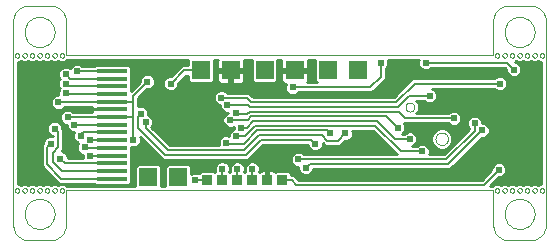
<source format=gbl>
G75*
%MOIN*%
%OFA0B0*%
%FSLAX24Y24*%
%IPPOS*%
%LPD*%
%AMOC8*
5,1,8,0,0,1.08239X$1,22.5*
%
%ADD10C,0.0000*%
%ADD11R,0.0600X0.0600*%
%ADD12R,0.1024X0.0138*%
%ADD13R,0.0320X0.0350*%
%ADD14C,0.0100*%
%ADD15C,0.0240*%
%ADD16C,0.0080*%
D10*
X004943Y002737D02*
X005693Y002737D01*
X005737Y002739D01*
X005780Y002745D01*
X005822Y002754D01*
X005864Y002767D01*
X005904Y002784D01*
X005943Y002804D01*
X005980Y002827D01*
X006014Y002854D01*
X006047Y002883D01*
X006076Y002916D01*
X006103Y002950D01*
X006126Y002987D01*
X006146Y003026D01*
X006163Y003066D01*
X006176Y003108D01*
X006185Y003150D01*
X006191Y003193D01*
X006193Y003237D01*
X006193Y004393D01*
X020443Y004393D01*
X020443Y003237D01*
X020445Y003193D01*
X020451Y003150D01*
X020460Y003108D01*
X020473Y003066D01*
X020490Y003026D01*
X020510Y002987D01*
X020533Y002950D01*
X020560Y002916D01*
X020589Y002883D01*
X020622Y002854D01*
X020656Y002827D01*
X020693Y002804D01*
X020732Y002784D01*
X020772Y002767D01*
X020814Y002754D01*
X020856Y002745D01*
X020899Y002739D01*
X020943Y002737D01*
X021693Y002737D01*
X021737Y002739D01*
X021780Y002745D01*
X021822Y002754D01*
X021864Y002767D01*
X021904Y002784D01*
X021943Y002804D01*
X021980Y002827D01*
X022014Y002854D01*
X022047Y002883D01*
X022076Y002916D01*
X022103Y002950D01*
X022126Y002987D01*
X022146Y003026D01*
X022163Y003066D01*
X022176Y003108D01*
X022185Y003150D01*
X022191Y003193D01*
X022193Y003237D01*
X022193Y010050D01*
X022191Y010094D01*
X022185Y010137D01*
X022176Y010179D01*
X022163Y010221D01*
X022146Y010261D01*
X022126Y010300D01*
X022103Y010337D01*
X022076Y010371D01*
X022047Y010404D01*
X022014Y010433D01*
X021980Y010460D01*
X021943Y010483D01*
X021904Y010503D01*
X021864Y010520D01*
X021822Y010533D01*
X021780Y010542D01*
X021737Y010548D01*
X021693Y010550D01*
X020943Y010550D01*
X020899Y010548D01*
X020856Y010542D01*
X020814Y010533D01*
X020772Y010520D01*
X020732Y010503D01*
X020693Y010483D01*
X020656Y010460D01*
X020622Y010433D01*
X020589Y010404D01*
X020560Y010371D01*
X020533Y010337D01*
X020510Y010300D01*
X020490Y010261D01*
X020473Y010221D01*
X020460Y010179D01*
X020451Y010137D01*
X020445Y010094D01*
X020443Y010050D01*
X020443Y008893D01*
X006193Y008893D01*
X006193Y010050D01*
X006191Y010094D01*
X006185Y010137D01*
X006176Y010179D01*
X006163Y010221D01*
X006146Y010261D01*
X006126Y010300D01*
X006103Y010337D01*
X006076Y010371D01*
X006047Y010404D01*
X006014Y010433D01*
X005980Y010460D01*
X005943Y010483D01*
X005904Y010503D01*
X005864Y010520D01*
X005822Y010533D01*
X005780Y010542D01*
X005737Y010548D01*
X005693Y010550D01*
X004943Y010550D01*
X004899Y010548D01*
X004856Y010542D01*
X004814Y010533D01*
X004772Y010520D01*
X004732Y010503D01*
X004693Y010483D01*
X004656Y010460D01*
X004622Y010433D01*
X004589Y010404D01*
X004560Y010371D01*
X004533Y010337D01*
X004510Y010300D01*
X004490Y010261D01*
X004473Y010221D01*
X004460Y010179D01*
X004451Y010137D01*
X004445Y010094D01*
X004443Y010050D01*
X004443Y003237D01*
X004445Y003193D01*
X004451Y003150D01*
X004460Y003108D01*
X004473Y003066D01*
X004490Y003026D01*
X004510Y002987D01*
X004533Y002950D01*
X004560Y002916D01*
X004589Y002883D01*
X004622Y002854D01*
X004656Y002827D01*
X004693Y002804D01*
X004732Y002784D01*
X004772Y002767D01*
X004814Y002754D01*
X004856Y002745D01*
X004899Y002739D01*
X004943Y002737D01*
X004818Y003612D02*
X004820Y003656D01*
X004826Y003700D01*
X004836Y003743D01*
X004849Y003785D01*
X004866Y003826D01*
X004887Y003865D01*
X004911Y003902D01*
X004938Y003937D01*
X004968Y003969D01*
X005001Y003999D01*
X005037Y004025D01*
X005074Y004049D01*
X005114Y004068D01*
X005155Y004085D01*
X005198Y004097D01*
X005241Y004106D01*
X005285Y004111D01*
X005329Y004112D01*
X005373Y004109D01*
X005417Y004102D01*
X005460Y004091D01*
X005502Y004077D01*
X005542Y004059D01*
X005581Y004037D01*
X005617Y004013D01*
X005651Y003985D01*
X005683Y003954D01*
X005712Y003920D01*
X005738Y003884D01*
X005760Y003846D01*
X005779Y003806D01*
X005794Y003764D01*
X005806Y003722D01*
X005814Y003678D01*
X005818Y003634D01*
X005818Y003590D01*
X005814Y003546D01*
X005806Y003502D01*
X005794Y003460D01*
X005779Y003418D01*
X005760Y003378D01*
X005738Y003340D01*
X005712Y003304D01*
X005683Y003270D01*
X005651Y003239D01*
X005617Y003211D01*
X005581Y003187D01*
X005542Y003165D01*
X005502Y003147D01*
X005460Y003133D01*
X005417Y003122D01*
X005373Y003115D01*
X005329Y003112D01*
X005285Y003113D01*
X005241Y003118D01*
X005198Y003127D01*
X005155Y003139D01*
X005114Y003156D01*
X005074Y003175D01*
X005037Y003199D01*
X005001Y003225D01*
X004968Y003255D01*
X004938Y003287D01*
X004911Y003322D01*
X004887Y003359D01*
X004866Y003398D01*
X004849Y003439D01*
X004836Y003481D01*
X004826Y003524D01*
X004820Y003568D01*
X004818Y003612D01*
X004743Y004393D02*
X004745Y004410D01*
X004750Y004426D01*
X004759Y004440D01*
X004771Y004452D01*
X004785Y004461D01*
X004801Y004466D01*
X004818Y004468D01*
X004835Y004466D01*
X004851Y004461D01*
X004865Y004452D01*
X004877Y004440D01*
X004886Y004426D01*
X004891Y004410D01*
X004893Y004393D01*
X004891Y004376D01*
X004886Y004360D01*
X004877Y004346D01*
X004865Y004334D01*
X004851Y004325D01*
X004835Y004320D01*
X004818Y004318D01*
X004801Y004320D01*
X004785Y004325D01*
X004771Y004334D01*
X004759Y004346D01*
X004750Y004360D01*
X004745Y004376D01*
X004743Y004393D01*
X004493Y004393D02*
X004495Y004410D01*
X004500Y004426D01*
X004509Y004440D01*
X004521Y004452D01*
X004535Y004461D01*
X004551Y004466D01*
X004568Y004468D01*
X004585Y004466D01*
X004601Y004461D01*
X004615Y004452D01*
X004627Y004440D01*
X004636Y004426D01*
X004641Y004410D01*
X004643Y004393D01*
X004641Y004376D01*
X004636Y004360D01*
X004627Y004346D01*
X004615Y004334D01*
X004601Y004325D01*
X004585Y004320D01*
X004568Y004318D01*
X004551Y004320D01*
X004535Y004325D01*
X004521Y004334D01*
X004509Y004346D01*
X004500Y004360D01*
X004495Y004376D01*
X004493Y004393D01*
X004993Y004393D02*
X004995Y004410D01*
X005000Y004426D01*
X005009Y004440D01*
X005021Y004452D01*
X005035Y004461D01*
X005051Y004466D01*
X005068Y004468D01*
X005085Y004466D01*
X005101Y004461D01*
X005115Y004452D01*
X005127Y004440D01*
X005136Y004426D01*
X005141Y004410D01*
X005143Y004393D01*
X005141Y004376D01*
X005136Y004360D01*
X005127Y004346D01*
X005115Y004334D01*
X005101Y004325D01*
X005085Y004320D01*
X005068Y004318D01*
X005051Y004320D01*
X005035Y004325D01*
X005021Y004334D01*
X005009Y004346D01*
X005000Y004360D01*
X004995Y004376D01*
X004993Y004393D01*
X005243Y004393D02*
X005245Y004410D01*
X005250Y004426D01*
X005259Y004440D01*
X005271Y004452D01*
X005285Y004461D01*
X005301Y004466D01*
X005318Y004468D01*
X005335Y004466D01*
X005351Y004461D01*
X005365Y004452D01*
X005377Y004440D01*
X005386Y004426D01*
X005391Y004410D01*
X005393Y004393D01*
X005391Y004376D01*
X005386Y004360D01*
X005377Y004346D01*
X005365Y004334D01*
X005351Y004325D01*
X005335Y004320D01*
X005318Y004318D01*
X005301Y004320D01*
X005285Y004325D01*
X005271Y004334D01*
X005259Y004346D01*
X005250Y004360D01*
X005245Y004376D01*
X005243Y004393D01*
X005493Y004393D02*
X005495Y004410D01*
X005500Y004426D01*
X005509Y004440D01*
X005521Y004452D01*
X005535Y004461D01*
X005551Y004466D01*
X005568Y004468D01*
X005585Y004466D01*
X005601Y004461D01*
X005615Y004452D01*
X005627Y004440D01*
X005636Y004426D01*
X005641Y004410D01*
X005643Y004393D01*
X005641Y004376D01*
X005636Y004360D01*
X005627Y004346D01*
X005615Y004334D01*
X005601Y004325D01*
X005585Y004320D01*
X005568Y004318D01*
X005551Y004320D01*
X005535Y004325D01*
X005521Y004334D01*
X005509Y004346D01*
X005500Y004360D01*
X005495Y004376D01*
X005493Y004393D01*
X005743Y004393D02*
X005745Y004410D01*
X005750Y004426D01*
X005759Y004440D01*
X005771Y004452D01*
X005785Y004461D01*
X005801Y004466D01*
X005818Y004468D01*
X005835Y004466D01*
X005851Y004461D01*
X005865Y004452D01*
X005877Y004440D01*
X005886Y004426D01*
X005891Y004410D01*
X005893Y004393D01*
X005891Y004376D01*
X005886Y004360D01*
X005877Y004346D01*
X005865Y004334D01*
X005851Y004325D01*
X005835Y004320D01*
X005818Y004318D01*
X005801Y004320D01*
X005785Y004325D01*
X005771Y004334D01*
X005759Y004346D01*
X005750Y004360D01*
X005745Y004376D01*
X005743Y004393D01*
X005993Y004393D02*
X005995Y004410D01*
X006000Y004426D01*
X006009Y004440D01*
X006021Y004452D01*
X006035Y004461D01*
X006051Y004466D01*
X006068Y004468D01*
X006085Y004466D01*
X006101Y004461D01*
X006115Y004452D01*
X006127Y004440D01*
X006136Y004426D01*
X006141Y004410D01*
X006143Y004393D01*
X006141Y004376D01*
X006136Y004360D01*
X006127Y004346D01*
X006115Y004334D01*
X006101Y004325D01*
X006085Y004320D01*
X006068Y004318D01*
X006051Y004320D01*
X006035Y004325D01*
X006021Y004334D01*
X006009Y004346D01*
X006000Y004360D01*
X005995Y004376D01*
X005993Y004393D01*
X005993Y008893D02*
X005995Y008910D01*
X006000Y008926D01*
X006009Y008940D01*
X006021Y008952D01*
X006035Y008961D01*
X006051Y008966D01*
X006068Y008968D01*
X006085Y008966D01*
X006101Y008961D01*
X006115Y008952D01*
X006127Y008940D01*
X006136Y008926D01*
X006141Y008910D01*
X006143Y008893D01*
X006141Y008876D01*
X006136Y008860D01*
X006127Y008846D01*
X006115Y008834D01*
X006101Y008825D01*
X006085Y008820D01*
X006068Y008818D01*
X006051Y008820D01*
X006035Y008825D01*
X006021Y008834D01*
X006009Y008846D01*
X006000Y008860D01*
X005995Y008876D01*
X005993Y008893D01*
X005743Y008893D02*
X005745Y008910D01*
X005750Y008926D01*
X005759Y008940D01*
X005771Y008952D01*
X005785Y008961D01*
X005801Y008966D01*
X005818Y008968D01*
X005835Y008966D01*
X005851Y008961D01*
X005865Y008952D01*
X005877Y008940D01*
X005886Y008926D01*
X005891Y008910D01*
X005893Y008893D01*
X005891Y008876D01*
X005886Y008860D01*
X005877Y008846D01*
X005865Y008834D01*
X005851Y008825D01*
X005835Y008820D01*
X005818Y008818D01*
X005801Y008820D01*
X005785Y008825D01*
X005771Y008834D01*
X005759Y008846D01*
X005750Y008860D01*
X005745Y008876D01*
X005743Y008893D01*
X005493Y008893D02*
X005495Y008910D01*
X005500Y008926D01*
X005509Y008940D01*
X005521Y008952D01*
X005535Y008961D01*
X005551Y008966D01*
X005568Y008968D01*
X005585Y008966D01*
X005601Y008961D01*
X005615Y008952D01*
X005627Y008940D01*
X005636Y008926D01*
X005641Y008910D01*
X005643Y008893D01*
X005641Y008876D01*
X005636Y008860D01*
X005627Y008846D01*
X005615Y008834D01*
X005601Y008825D01*
X005585Y008820D01*
X005568Y008818D01*
X005551Y008820D01*
X005535Y008825D01*
X005521Y008834D01*
X005509Y008846D01*
X005500Y008860D01*
X005495Y008876D01*
X005493Y008893D01*
X005243Y008893D02*
X005245Y008910D01*
X005250Y008926D01*
X005259Y008940D01*
X005271Y008952D01*
X005285Y008961D01*
X005301Y008966D01*
X005318Y008968D01*
X005335Y008966D01*
X005351Y008961D01*
X005365Y008952D01*
X005377Y008940D01*
X005386Y008926D01*
X005391Y008910D01*
X005393Y008893D01*
X005391Y008876D01*
X005386Y008860D01*
X005377Y008846D01*
X005365Y008834D01*
X005351Y008825D01*
X005335Y008820D01*
X005318Y008818D01*
X005301Y008820D01*
X005285Y008825D01*
X005271Y008834D01*
X005259Y008846D01*
X005250Y008860D01*
X005245Y008876D01*
X005243Y008893D01*
X004993Y008893D02*
X004995Y008910D01*
X005000Y008926D01*
X005009Y008940D01*
X005021Y008952D01*
X005035Y008961D01*
X005051Y008966D01*
X005068Y008968D01*
X005085Y008966D01*
X005101Y008961D01*
X005115Y008952D01*
X005127Y008940D01*
X005136Y008926D01*
X005141Y008910D01*
X005143Y008893D01*
X005141Y008876D01*
X005136Y008860D01*
X005127Y008846D01*
X005115Y008834D01*
X005101Y008825D01*
X005085Y008820D01*
X005068Y008818D01*
X005051Y008820D01*
X005035Y008825D01*
X005021Y008834D01*
X005009Y008846D01*
X005000Y008860D01*
X004995Y008876D01*
X004993Y008893D01*
X004743Y008893D02*
X004745Y008910D01*
X004750Y008926D01*
X004759Y008940D01*
X004771Y008952D01*
X004785Y008961D01*
X004801Y008966D01*
X004818Y008968D01*
X004835Y008966D01*
X004851Y008961D01*
X004865Y008952D01*
X004877Y008940D01*
X004886Y008926D01*
X004891Y008910D01*
X004893Y008893D01*
X004891Y008876D01*
X004886Y008860D01*
X004877Y008846D01*
X004865Y008834D01*
X004851Y008825D01*
X004835Y008820D01*
X004818Y008818D01*
X004801Y008820D01*
X004785Y008825D01*
X004771Y008834D01*
X004759Y008846D01*
X004750Y008860D01*
X004745Y008876D01*
X004743Y008893D01*
X004493Y008893D02*
X004495Y008910D01*
X004500Y008926D01*
X004509Y008940D01*
X004521Y008952D01*
X004535Y008961D01*
X004551Y008966D01*
X004568Y008968D01*
X004585Y008966D01*
X004601Y008961D01*
X004615Y008952D01*
X004627Y008940D01*
X004636Y008926D01*
X004641Y008910D01*
X004643Y008893D01*
X004641Y008876D01*
X004636Y008860D01*
X004627Y008846D01*
X004615Y008834D01*
X004601Y008825D01*
X004585Y008820D01*
X004568Y008818D01*
X004551Y008820D01*
X004535Y008825D01*
X004521Y008834D01*
X004509Y008846D01*
X004500Y008860D01*
X004495Y008876D01*
X004493Y008893D01*
X004818Y009675D02*
X004820Y009719D01*
X004826Y009763D01*
X004836Y009806D01*
X004849Y009848D01*
X004866Y009889D01*
X004887Y009928D01*
X004911Y009965D01*
X004938Y010000D01*
X004968Y010032D01*
X005001Y010062D01*
X005037Y010088D01*
X005074Y010112D01*
X005114Y010131D01*
X005155Y010148D01*
X005198Y010160D01*
X005241Y010169D01*
X005285Y010174D01*
X005329Y010175D01*
X005373Y010172D01*
X005417Y010165D01*
X005460Y010154D01*
X005502Y010140D01*
X005542Y010122D01*
X005581Y010100D01*
X005617Y010076D01*
X005651Y010048D01*
X005683Y010017D01*
X005712Y009983D01*
X005738Y009947D01*
X005760Y009909D01*
X005779Y009869D01*
X005794Y009827D01*
X005806Y009785D01*
X005814Y009741D01*
X005818Y009697D01*
X005818Y009653D01*
X005814Y009609D01*
X005806Y009565D01*
X005794Y009523D01*
X005779Y009481D01*
X005760Y009441D01*
X005738Y009403D01*
X005712Y009367D01*
X005683Y009333D01*
X005651Y009302D01*
X005617Y009274D01*
X005581Y009250D01*
X005542Y009228D01*
X005502Y009210D01*
X005460Y009196D01*
X005417Y009185D01*
X005373Y009178D01*
X005329Y009175D01*
X005285Y009176D01*
X005241Y009181D01*
X005198Y009190D01*
X005155Y009202D01*
X005114Y009219D01*
X005074Y009238D01*
X005037Y009262D01*
X005001Y009288D01*
X004968Y009318D01*
X004938Y009350D01*
X004911Y009385D01*
X004887Y009422D01*
X004866Y009461D01*
X004849Y009502D01*
X004836Y009544D01*
X004826Y009587D01*
X004820Y009631D01*
X004818Y009675D01*
X017516Y007172D02*
X017518Y007196D01*
X017524Y007219D01*
X017533Y007241D01*
X017546Y007261D01*
X017561Y007279D01*
X017580Y007294D01*
X017601Y007306D01*
X017623Y007314D01*
X017646Y007319D01*
X017670Y007320D01*
X017694Y007317D01*
X017716Y007310D01*
X017738Y007300D01*
X017758Y007287D01*
X017775Y007270D01*
X017789Y007251D01*
X017800Y007230D01*
X017808Y007207D01*
X017812Y007184D01*
X017812Y007160D01*
X017808Y007137D01*
X017800Y007114D01*
X017789Y007093D01*
X017775Y007074D01*
X017758Y007057D01*
X017738Y007044D01*
X017716Y007034D01*
X017694Y007027D01*
X017670Y007024D01*
X017646Y007025D01*
X017623Y007030D01*
X017601Y007038D01*
X017580Y007050D01*
X017561Y007065D01*
X017546Y007083D01*
X017533Y007103D01*
X017524Y007125D01*
X017518Y007148D01*
X017516Y007172D01*
X018515Y006114D02*
X018517Y006142D01*
X018523Y006170D01*
X018532Y006196D01*
X018545Y006222D01*
X018561Y006245D01*
X018581Y006265D01*
X018603Y006283D01*
X018627Y006298D01*
X018653Y006309D01*
X018680Y006317D01*
X018708Y006321D01*
X018736Y006321D01*
X018764Y006317D01*
X018791Y006309D01*
X018817Y006298D01*
X018841Y006283D01*
X018863Y006265D01*
X018883Y006245D01*
X018899Y006222D01*
X018912Y006196D01*
X018921Y006170D01*
X018927Y006142D01*
X018929Y006114D01*
X018927Y006086D01*
X018921Y006058D01*
X018912Y006032D01*
X018899Y006006D01*
X018883Y005983D01*
X018863Y005963D01*
X018841Y005945D01*
X018817Y005930D01*
X018791Y005919D01*
X018764Y005911D01*
X018736Y005907D01*
X018708Y005907D01*
X018680Y005911D01*
X018653Y005919D01*
X018627Y005930D01*
X018603Y005945D01*
X018581Y005963D01*
X018561Y005983D01*
X018545Y006006D01*
X018532Y006032D01*
X018523Y006058D01*
X018517Y006086D01*
X018515Y006114D01*
X020493Y004393D02*
X020495Y004410D01*
X020500Y004426D01*
X020509Y004440D01*
X020521Y004452D01*
X020535Y004461D01*
X020551Y004466D01*
X020568Y004468D01*
X020585Y004466D01*
X020601Y004461D01*
X020615Y004452D01*
X020627Y004440D01*
X020636Y004426D01*
X020641Y004410D01*
X020643Y004393D01*
X020641Y004376D01*
X020636Y004360D01*
X020627Y004346D01*
X020615Y004334D01*
X020601Y004325D01*
X020585Y004320D01*
X020568Y004318D01*
X020551Y004320D01*
X020535Y004325D01*
X020521Y004334D01*
X020509Y004346D01*
X020500Y004360D01*
X020495Y004376D01*
X020493Y004393D01*
X020743Y004393D02*
X020745Y004410D01*
X020750Y004426D01*
X020759Y004440D01*
X020771Y004452D01*
X020785Y004461D01*
X020801Y004466D01*
X020818Y004468D01*
X020835Y004466D01*
X020851Y004461D01*
X020865Y004452D01*
X020877Y004440D01*
X020886Y004426D01*
X020891Y004410D01*
X020893Y004393D01*
X020891Y004376D01*
X020886Y004360D01*
X020877Y004346D01*
X020865Y004334D01*
X020851Y004325D01*
X020835Y004320D01*
X020818Y004318D01*
X020801Y004320D01*
X020785Y004325D01*
X020771Y004334D01*
X020759Y004346D01*
X020750Y004360D01*
X020745Y004376D01*
X020743Y004393D01*
X020993Y004393D02*
X020995Y004410D01*
X021000Y004426D01*
X021009Y004440D01*
X021021Y004452D01*
X021035Y004461D01*
X021051Y004466D01*
X021068Y004468D01*
X021085Y004466D01*
X021101Y004461D01*
X021115Y004452D01*
X021127Y004440D01*
X021136Y004426D01*
X021141Y004410D01*
X021143Y004393D01*
X021141Y004376D01*
X021136Y004360D01*
X021127Y004346D01*
X021115Y004334D01*
X021101Y004325D01*
X021085Y004320D01*
X021068Y004318D01*
X021051Y004320D01*
X021035Y004325D01*
X021021Y004334D01*
X021009Y004346D01*
X021000Y004360D01*
X020995Y004376D01*
X020993Y004393D01*
X021243Y004393D02*
X021245Y004410D01*
X021250Y004426D01*
X021259Y004440D01*
X021271Y004452D01*
X021285Y004461D01*
X021301Y004466D01*
X021318Y004468D01*
X021335Y004466D01*
X021351Y004461D01*
X021365Y004452D01*
X021377Y004440D01*
X021386Y004426D01*
X021391Y004410D01*
X021393Y004393D01*
X021391Y004376D01*
X021386Y004360D01*
X021377Y004346D01*
X021365Y004334D01*
X021351Y004325D01*
X021335Y004320D01*
X021318Y004318D01*
X021301Y004320D01*
X021285Y004325D01*
X021271Y004334D01*
X021259Y004346D01*
X021250Y004360D01*
X021245Y004376D01*
X021243Y004393D01*
X021493Y004393D02*
X021495Y004410D01*
X021500Y004426D01*
X021509Y004440D01*
X021521Y004452D01*
X021535Y004461D01*
X021551Y004466D01*
X021568Y004468D01*
X021585Y004466D01*
X021601Y004461D01*
X021615Y004452D01*
X021627Y004440D01*
X021636Y004426D01*
X021641Y004410D01*
X021643Y004393D01*
X021641Y004376D01*
X021636Y004360D01*
X021627Y004346D01*
X021615Y004334D01*
X021601Y004325D01*
X021585Y004320D01*
X021568Y004318D01*
X021551Y004320D01*
X021535Y004325D01*
X021521Y004334D01*
X021509Y004346D01*
X021500Y004360D01*
X021495Y004376D01*
X021493Y004393D01*
X021743Y004393D02*
X021745Y004410D01*
X021750Y004426D01*
X021759Y004440D01*
X021771Y004452D01*
X021785Y004461D01*
X021801Y004466D01*
X021818Y004468D01*
X021835Y004466D01*
X021851Y004461D01*
X021865Y004452D01*
X021877Y004440D01*
X021886Y004426D01*
X021891Y004410D01*
X021893Y004393D01*
X021891Y004376D01*
X021886Y004360D01*
X021877Y004346D01*
X021865Y004334D01*
X021851Y004325D01*
X021835Y004320D01*
X021818Y004318D01*
X021801Y004320D01*
X021785Y004325D01*
X021771Y004334D01*
X021759Y004346D01*
X021750Y004360D01*
X021745Y004376D01*
X021743Y004393D01*
X021993Y004393D02*
X021995Y004410D01*
X022000Y004426D01*
X022009Y004440D01*
X022021Y004452D01*
X022035Y004461D01*
X022051Y004466D01*
X022068Y004468D01*
X022085Y004466D01*
X022101Y004461D01*
X022115Y004452D01*
X022127Y004440D01*
X022136Y004426D01*
X022141Y004410D01*
X022143Y004393D01*
X022141Y004376D01*
X022136Y004360D01*
X022127Y004346D01*
X022115Y004334D01*
X022101Y004325D01*
X022085Y004320D01*
X022068Y004318D01*
X022051Y004320D01*
X022035Y004325D01*
X022021Y004334D01*
X022009Y004346D01*
X022000Y004360D01*
X021995Y004376D01*
X021993Y004393D01*
X020818Y003612D02*
X020820Y003656D01*
X020826Y003700D01*
X020836Y003743D01*
X020849Y003785D01*
X020866Y003826D01*
X020887Y003865D01*
X020911Y003902D01*
X020938Y003937D01*
X020968Y003969D01*
X021001Y003999D01*
X021037Y004025D01*
X021074Y004049D01*
X021114Y004068D01*
X021155Y004085D01*
X021198Y004097D01*
X021241Y004106D01*
X021285Y004111D01*
X021329Y004112D01*
X021373Y004109D01*
X021417Y004102D01*
X021460Y004091D01*
X021502Y004077D01*
X021542Y004059D01*
X021581Y004037D01*
X021617Y004013D01*
X021651Y003985D01*
X021683Y003954D01*
X021712Y003920D01*
X021738Y003884D01*
X021760Y003846D01*
X021779Y003806D01*
X021794Y003764D01*
X021806Y003722D01*
X021814Y003678D01*
X021818Y003634D01*
X021818Y003590D01*
X021814Y003546D01*
X021806Y003502D01*
X021794Y003460D01*
X021779Y003418D01*
X021760Y003378D01*
X021738Y003340D01*
X021712Y003304D01*
X021683Y003270D01*
X021651Y003239D01*
X021617Y003211D01*
X021581Y003187D01*
X021542Y003165D01*
X021502Y003147D01*
X021460Y003133D01*
X021417Y003122D01*
X021373Y003115D01*
X021329Y003112D01*
X021285Y003113D01*
X021241Y003118D01*
X021198Y003127D01*
X021155Y003139D01*
X021114Y003156D01*
X021074Y003175D01*
X021037Y003199D01*
X021001Y003225D01*
X020968Y003255D01*
X020938Y003287D01*
X020911Y003322D01*
X020887Y003359D01*
X020866Y003398D01*
X020849Y003439D01*
X020836Y003481D01*
X020826Y003524D01*
X020820Y003568D01*
X020818Y003612D01*
X020743Y008893D02*
X020745Y008910D01*
X020750Y008926D01*
X020759Y008940D01*
X020771Y008952D01*
X020785Y008961D01*
X020801Y008966D01*
X020818Y008968D01*
X020835Y008966D01*
X020851Y008961D01*
X020865Y008952D01*
X020877Y008940D01*
X020886Y008926D01*
X020891Y008910D01*
X020893Y008893D01*
X020891Y008876D01*
X020886Y008860D01*
X020877Y008846D01*
X020865Y008834D01*
X020851Y008825D01*
X020835Y008820D01*
X020818Y008818D01*
X020801Y008820D01*
X020785Y008825D01*
X020771Y008834D01*
X020759Y008846D01*
X020750Y008860D01*
X020745Y008876D01*
X020743Y008893D01*
X020493Y008893D02*
X020495Y008910D01*
X020500Y008926D01*
X020509Y008940D01*
X020521Y008952D01*
X020535Y008961D01*
X020551Y008966D01*
X020568Y008968D01*
X020585Y008966D01*
X020601Y008961D01*
X020615Y008952D01*
X020627Y008940D01*
X020636Y008926D01*
X020641Y008910D01*
X020643Y008893D01*
X020641Y008876D01*
X020636Y008860D01*
X020627Y008846D01*
X020615Y008834D01*
X020601Y008825D01*
X020585Y008820D01*
X020568Y008818D01*
X020551Y008820D01*
X020535Y008825D01*
X020521Y008834D01*
X020509Y008846D01*
X020500Y008860D01*
X020495Y008876D01*
X020493Y008893D01*
X020993Y008893D02*
X020995Y008910D01*
X021000Y008926D01*
X021009Y008940D01*
X021021Y008952D01*
X021035Y008961D01*
X021051Y008966D01*
X021068Y008968D01*
X021085Y008966D01*
X021101Y008961D01*
X021115Y008952D01*
X021127Y008940D01*
X021136Y008926D01*
X021141Y008910D01*
X021143Y008893D01*
X021141Y008876D01*
X021136Y008860D01*
X021127Y008846D01*
X021115Y008834D01*
X021101Y008825D01*
X021085Y008820D01*
X021068Y008818D01*
X021051Y008820D01*
X021035Y008825D01*
X021021Y008834D01*
X021009Y008846D01*
X021000Y008860D01*
X020995Y008876D01*
X020993Y008893D01*
X021243Y008893D02*
X021245Y008910D01*
X021250Y008926D01*
X021259Y008940D01*
X021271Y008952D01*
X021285Y008961D01*
X021301Y008966D01*
X021318Y008968D01*
X021335Y008966D01*
X021351Y008961D01*
X021365Y008952D01*
X021377Y008940D01*
X021386Y008926D01*
X021391Y008910D01*
X021393Y008893D01*
X021391Y008876D01*
X021386Y008860D01*
X021377Y008846D01*
X021365Y008834D01*
X021351Y008825D01*
X021335Y008820D01*
X021318Y008818D01*
X021301Y008820D01*
X021285Y008825D01*
X021271Y008834D01*
X021259Y008846D01*
X021250Y008860D01*
X021245Y008876D01*
X021243Y008893D01*
X021493Y008893D02*
X021495Y008910D01*
X021500Y008926D01*
X021509Y008940D01*
X021521Y008952D01*
X021535Y008961D01*
X021551Y008966D01*
X021568Y008968D01*
X021585Y008966D01*
X021601Y008961D01*
X021615Y008952D01*
X021627Y008940D01*
X021636Y008926D01*
X021641Y008910D01*
X021643Y008893D01*
X021641Y008876D01*
X021636Y008860D01*
X021627Y008846D01*
X021615Y008834D01*
X021601Y008825D01*
X021585Y008820D01*
X021568Y008818D01*
X021551Y008820D01*
X021535Y008825D01*
X021521Y008834D01*
X021509Y008846D01*
X021500Y008860D01*
X021495Y008876D01*
X021493Y008893D01*
X021743Y008893D02*
X021745Y008910D01*
X021750Y008926D01*
X021759Y008940D01*
X021771Y008952D01*
X021785Y008961D01*
X021801Y008966D01*
X021818Y008968D01*
X021835Y008966D01*
X021851Y008961D01*
X021865Y008952D01*
X021877Y008940D01*
X021886Y008926D01*
X021891Y008910D01*
X021893Y008893D01*
X021891Y008876D01*
X021886Y008860D01*
X021877Y008846D01*
X021865Y008834D01*
X021851Y008825D01*
X021835Y008820D01*
X021818Y008818D01*
X021801Y008820D01*
X021785Y008825D01*
X021771Y008834D01*
X021759Y008846D01*
X021750Y008860D01*
X021745Y008876D01*
X021743Y008893D01*
X021993Y008893D02*
X021995Y008910D01*
X022000Y008926D01*
X022009Y008940D01*
X022021Y008952D01*
X022035Y008961D01*
X022051Y008966D01*
X022068Y008968D01*
X022085Y008966D01*
X022101Y008961D01*
X022115Y008952D01*
X022127Y008940D01*
X022136Y008926D01*
X022141Y008910D01*
X022143Y008893D01*
X022141Y008876D01*
X022136Y008860D01*
X022127Y008846D01*
X022115Y008834D01*
X022101Y008825D01*
X022085Y008820D01*
X022068Y008818D01*
X022051Y008820D01*
X022035Y008825D01*
X022021Y008834D01*
X022009Y008846D01*
X022000Y008860D01*
X021995Y008876D01*
X021993Y008893D01*
X020818Y009675D02*
X020820Y009719D01*
X020826Y009763D01*
X020836Y009806D01*
X020849Y009848D01*
X020866Y009889D01*
X020887Y009928D01*
X020911Y009965D01*
X020938Y010000D01*
X020968Y010032D01*
X021001Y010062D01*
X021037Y010088D01*
X021074Y010112D01*
X021114Y010131D01*
X021155Y010148D01*
X021198Y010160D01*
X021241Y010169D01*
X021285Y010174D01*
X021329Y010175D01*
X021373Y010172D01*
X021417Y010165D01*
X021460Y010154D01*
X021502Y010140D01*
X021542Y010122D01*
X021581Y010100D01*
X021617Y010076D01*
X021651Y010048D01*
X021683Y010017D01*
X021712Y009983D01*
X021738Y009947D01*
X021760Y009909D01*
X021779Y009869D01*
X021794Y009827D01*
X021806Y009785D01*
X021814Y009741D01*
X021818Y009697D01*
X021818Y009653D01*
X021814Y009609D01*
X021806Y009565D01*
X021794Y009523D01*
X021779Y009481D01*
X021760Y009441D01*
X021738Y009403D01*
X021712Y009367D01*
X021683Y009333D01*
X021651Y009302D01*
X021617Y009274D01*
X021581Y009250D01*
X021542Y009228D01*
X021502Y009210D01*
X021460Y009196D01*
X021417Y009185D01*
X021373Y009178D01*
X021329Y009175D01*
X021285Y009176D01*
X021241Y009181D01*
X021198Y009190D01*
X021155Y009202D01*
X021114Y009219D01*
X021074Y009238D01*
X021037Y009262D01*
X021001Y009288D01*
X020968Y009318D01*
X020938Y009350D01*
X020911Y009385D01*
X020887Y009422D01*
X020866Y009461D01*
X020849Y009502D01*
X020836Y009544D01*
X020826Y009587D01*
X020820Y009631D01*
X020818Y009675D01*
D11*
X015943Y008393D03*
X014943Y008393D03*
X013818Y008393D03*
X012818Y008393D03*
X011693Y008393D03*
X010693Y008393D03*
X009943Y004831D03*
X008943Y004831D03*
D12*
X007724Y004789D03*
X007724Y005045D03*
X007724Y005301D03*
X007724Y005557D03*
X007724Y005813D03*
X007724Y006069D03*
X007724Y006325D03*
X007724Y006581D03*
X007724Y006837D03*
X007724Y007093D03*
X007724Y007349D03*
X007724Y007604D03*
X007724Y007860D03*
X007724Y008116D03*
X007724Y008372D03*
D13*
X010912Y004737D03*
X011412Y004737D03*
X011912Y004737D03*
X012412Y004737D03*
X012912Y004737D03*
X013412Y004737D03*
D14*
X013702Y004907D02*
X013702Y004966D01*
X013625Y005042D01*
X013198Y005042D01*
X013176Y005020D01*
X013164Y005032D01*
X013129Y005052D01*
X013091Y005062D01*
X012942Y005062D01*
X012942Y004767D01*
X012882Y004767D01*
X012882Y005062D01*
X012732Y005062D01*
X012694Y005052D01*
X012659Y005032D01*
X012647Y005020D01*
X012645Y005022D01*
X012662Y005062D01*
X012662Y005162D01*
X012624Y005254D01*
X012553Y005324D01*
X012461Y005362D01*
X012362Y005362D01*
X012270Y005324D01*
X012200Y005254D01*
X012162Y005162D01*
X012162Y005062D01*
X012178Y005022D01*
X012162Y005006D01*
X012145Y005022D01*
X012162Y005062D01*
X012162Y005162D01*
X012124Y005254D01*
X012053Y005324D01*
X011961Y005362D01*
X011862Y005362D01*
X011770Y005324D01*
X011700Y005254D01*
X011662Y005162D01*
X011662Y005062D01*
X011678Y005022D01*
X011662Y005006D01*
X011645Y005023D01*
X011662Y005064D01*
X011662Y005163D01*
X011624Y005255D01*
X011553Y005325D01*
X011461Y005363D01*
X011362Y005363D01*
X011270Y005325D01*
X011200Y005255D01*
X011162Y005163D01*
X011162Y005064D01*
X011178Y005023D01*
X011162Y005006D01*
X011125Y005042D01*
X010698Y005042D01*
X010622Y004966D01*
X010622Y004960D01*
X010555Y004987D01*
X010456Y004987D01*
X010373Y004953D01*
X010373Y005185D01*
X010297Y005261D01*
X009589Y005261D01*
X009513Y005185D01*
X009513Y004543D01*
X009373Y004543D01*
X009373Y005185D01*
X009297Y005261D01*
X008589Y005261D01*
X008513Y005185D01*
X008513Y004543D01*
X006236Y004543D01*
X006161Y004618D01*
X005975Y004618D01*
X005943Y004587D01*
X005911Y004618D01*
X005725Y004618D01*
X005693Y004587D01*
X005661Y004618D01*
X005475Y004618D01*
X005443Y004587D01*
X005411Y004618D01*
X005225Y004618D01*
X005193Y004587D01*
X005161Y004618D01*
X004975Y004618D01*
X004943Y004587D01*
X004911Y004618D01*
X004725Y004618D01*
X004693Y004587D01*
X004661Y004618D01*
X004593Y004618D01*
X004593Y008668D01*
X004661Y008668D01*
X004693Y008700D01*
X004725Y008668D01*
X004911Y008668D01*
X004943Y008700D01*
X004975Y008668D01*
X005161Y008668D01*
X005193Y008700D01*
X005225Y008668D01*
X005411Y008668D01*
X005443Y008700D01*
X005475Y008668D01*
X005661Y008668D01*
X005693Y008700D01*
X005725Y008668D01*
X005911Y008668D01*
X005943Y008700D01*
X005975Y008668D01*
X006161Y008668D01*
X006236Y008743D01*
X010263Y008743D01*
X010263Y008563D01*
X010060Y008563D01*
X009702Y008206D01*
X009643Y008206D01*
X009551Y008168D01*
X009481Y008097D01*
X009443Y008006D01*
X009443Y007906D01*
X009481Y007814D01*
X009551Y007744D01*
X009643Y007706D01*
X009743Y007706D01*
X009834Y007744D01*
X009905Y007814D01*
X009943Y007906D01*
X009943Y007965D01*
X010201Y008223D01*
X010263Y008223D01*
X010263Y008039D01*
X010339Y007963D01*
X011047Y007963D01*
X011123Y008039D01*
X011123Y008743D01*
X011251Y008743D01*
X011243Y008713D01*
X011243Y008443D01*
X011643Y008443D01*
X011643Y008343D01*
X011743Y008343D01*
X011743Y007943D01*
X012013Y007943D01*
X012051Y007954D01*
X012085Y007973D01*
X012113Y008001D01*
X012133Y008035D01*
X012143Y008074D01*
X012143Y008343D01*
X011743Y008343D01*
X011743Y008443D01*
X012143Y008443D01*
X012143Y008713D01*
X012135Y008743D01*
X012388Y008743D01*
X012388Y008039D01*
X012464Y007963D01*
X013172Y007963D01*
X013248Y008039D01*
X013248Y008743D01*
X013376Y008743D01*
X013368Y008713D01*
X013368Y008443D01*
X013768Y008443D01*
X013768Y008343D01*
X013368Y008343D01*
X013368Y008074D01*
X013378Y008035D01*
X013398Y008001D01*
X013426Y007973D01*
X013460Y007954D01*
X013498Y007943D01*
X013531Y007943D01*
X013505Y007881D01*
X013505Y007781D01*
X013543Y007689D01*
X013614Y007619D01*
X013706Y007581D01*
X013805Y007581D01*
X013897Y007619D01*
X013939Y007661D01*
X016410Y007661D01*
X016763Y008014D01*
X016863Y008114D01*
X016863Y008460D01*
X016905Y008502D01*
X016943Y008594D01*
X016943Y008693D01*
X016922Y008743D01*
X017964Y008743D01*
X017943Y008693D01*
X017943Y008594D01*
X017981Y008502D01*
X018051Y008431D01*
X018143Y008393D01*
X018243Y008393D01*
X018334Y008431D01*
X018376Y008473D01*
X020836Y008473D01*
X020880Y008428D01*
X020880Y008369D01*
X020918Y008277D01*
X020989Y008207D01*
X021081Y008169D01*
X021180Y008169D01*
X021272Y008207D01*
X021342Y008277D01*
X021380Y008369D01*
X021380Y008469D01*
X021342Y008561D01*
X021272Y008631D01*
X021180Y008669D01*
X021162Y008669D01*
X021193Y008700D01*
X021225Y008668D01*
X021411Y008668D01*
X021443Y008700D01*
X021475Y008668D01*
X021661Y008668D01*
X021693Y008700D01*
X021725Y008668D01*
X021911Y008668D01*
X021943Y008700D01*
X021975Y008668D01*
X022043Y008668D01*
X022043Y004618D01*
X021975Y004618D01*
X021943Y004587D01*
X021911Y004618D01*
X021725Y004618D01*
X021693Y004587D01*
X021661Y004618D01*
X021475Y004618D01*
X021443Y004587D01*
X021411Y004618D01*
X021225Y004618D01*
X021193Y004587D01*
X021161Y004618D01*
X020975Y004618D01*
X020943Y004587D01*
X020911Y004618D01*
X020725Y004618D01*
X020693Y004587D01*
X020661Y004618D01*
X020475Y004618D01*
X020400Y004543D01*
X020333Y004543D01*
X020621Y004831D01*
X020680Y004831D01*
X020772Y004869D01*
X020842Y004939D01*
X020880Y005031D01*
X020880Y005131D01*
X020842Y005222D01*
X020772Y005293D01*
X020680Y005331D01*
X020581Y005331D01*
X020489Y005293D01*
X020418Y005222D01*
X020380Y005131D01*
X020380Y005071D01*
X020060Y004751D01*
X013951Y004751D01*
X013795Y004907D01*
X013702Y004907D01*
X013702Y004962D02*
X014021Y004962D01*
X014051Y004931D02*
X014143Y004893D01*
X014243Y004893D01*
X014334Y004931D01*
X014405Y005002D01*
X014443Y005094D01*
X014443Y005098D01*
X019013Y005098D01*
X020058Y006143D01*
X020118Y006143D01*
X020209Y006181D01*
X020280Y006252D01*
X020318Y006344D01*
X020318Y006443D01*
X020280Y006535D01*
X020209Y006605D01*
X020118Y006643D01*
X020068Y006643D01*
X020068Y006686D01*
X020030Y006778D01*
X019959Y006849D01*
X019868Y006887D01*
X019768Y006887D01*
X019676Y006849D01*
X019606Y006778D01*
X019568Y006686D01*
X019568Y006587D01*
X019606Y006495D01*
X019648Y006453D01*
X019648Y006432D01*
X018810Y005595D01*
X018292Y005595D01*
X018318Y005656D01*
X018318Y005756D01*
X018280Y005847D01*
X018209Y005918D01*
X018118Y005956D01*
X018018Y005956D01*
X017926Y005918D01*
X017884Y005876D01*
X017745Y005876D01*
X017803Y005900D01*
X017874Y005970D01*
X017912Y006062D01*
X017912Y006162D01*
X017874Y006254D01*
X017803Y006324D01*
X017711Y006362D01*
X017612Y006362D01*
X017520Y006324D01*
X017478Y006282D01*
X017404Y006282D01*
X017467Y006345D01*
X017505Y006437D01*
X017505Y006537D01*
X017467Y006629D01*
X017466Y006630D01*
X018947Y006630D01*
X018989Y006588D01*
X019081Y006550D01*
X019180Y006550D01*
X019272Y006588D01*
X019342Y006658D01*
X019380Y006750D01*
X019380Y006849D01*
X019342Y006941D01*
X019272Y007011D01*
X019180Y007050D01*
X019081Y007050D01*
X018989Y007011D01*
X018947Y006970D01*
X017882Y006970D01*
X017916Y007004D01*
X017962Y007113D01*
X017962Y007231D01*
X017916Y007341D01*
X017878Y007380D01*
X018134Y007380D01*
X018176Y007338D01*
X018268Y007300D01*
X018368Y007300D01*
X018459Y007338D01*
X018530Y007408D01*
X018568Y007500D01*
X018568Y007599D01*
X018530Y007691D01*
X018459Y007761D01*
X018401Y007786D01*
X020478Y007786D01*
X020520Y007744D01*
X020612Y007706D01*
X020711Y007706D01*
X020803Y007744D01*
X020874Y007814D01*
X020912Y007906D01*
X020912Y008006D01*
X020874Y008097D01*
X020803Y008168D01*
X020711Y008206D01*
X020612Y008206D01*
X020520Y008168D01*
X020478Y008126D01*
X017747Y008126D01*
X017122Y007501D01*
X012451Y007501D01*
X012394Y007557D01*
X012295Y007657D01*
X011564Y007657D01*
X011522Y007699D01*
X011430Y007737D01*
X011331Y007737D01*
X011239Y007699D01*
X011168Y007629D01*
X011130Y007537D01*
X011130Y007437D01*
X011168Y007345D01*
X011239Y007275D01*
X011318Y007242D01*
X011318Y007187D01*
X011356Y007095D01*
X011426Y007025D01*
X011518Y006987D01*
X011599Y006987D01*
X011599Y006982D01*
X011520Y006949D01*
X011450Y006879D01*
X011412Y006787D01*
X011412Y006687D01*
X011450Y006595D01*
X011520Y006525D01*
X011612Y006487D01*
X011711Y006487D01*
X011787Y006518D01*
X011787Y006438D01*
X011739Y006418D01*
X011668Y006347D01*
X011630Y006256D01*
X011630Y006219D01*
X011586Y006237D01*
X011487Y006237D01*
X011395Y006199D01*
X011325Y006129D01*
X011287Y006037D01*
X011287Y005937D01*
X011299Y005907D01*
X009653Y005907D01*
X009044Y006516D01*
X009061Y006533D01*
X009099Y006625D01*
X009099Y006724D01*
X009061Y006816D01*
X008991Y006886D01*
X008943Y006906D01*
X008943Y007006D01*
X008905Y007097D01*
X008834Y007168D01*
X008743Y007206D01*
X008643Y007206D01*
X008613Y007193D01*
X008613Y007479D01*
X008902Y007768D01*
X008961Y007768D01*
X009053Y007806D01*
X009124Y007877D01*
X009162Y007969D01*
X009162Y008068D01*
X009124Y008160D01*
X009053Y008230D01*
X008961Y008268D01*
X008862Y008268D01*
X008770Y008230D01*
X008700Y008160D01*
X008662Y008068D01*
X008662Y008009D01*
X008366Y007713D01*
X008366Y007727D01*
X008361Y007732D01*
X008366Y007738D01*
X008366Y007983D01*
X008361Y007988D01*
X008366Y007993D01*
X008366Y008239D01*
X008361Y008244D01*
X008366Y008249D01*
X008366Y008495D01*
X008290Y008571D01*
X007159Y008571D01*
X007130Y008542D01*
X006741Y008542D01*
X006709Y008574D01*
X006618Y008612D01*
X006518Y008612D01*
X006426Y008574D01*
X006356Y008504D01*
X006343Y008472D01*
X006334Y008480D01*
X006243Y008518D01*
X006143Y008518D01*
X006051Y008480D01*
X005981Y008410D01*
X005943Y008318D01*
X005943Y008219D01*
X005981Y008127D01*
X005996Y008112D01*
X005981Y008097D01*
X005943Y008006D01*
X005943Y007906D01*
X005981Y007814D01*
X005996Y007800D01*
X005981Y007785D01*
X005943Y007693D01*
X005943Y007594D01*
X005948Y007581D01*
X005893Y007581D01*
X005801Y007543D01*
X005731Y007472D01*
X005693Y007381D01*
X005693Y007281D01*
X005731Y007189D01*
X005801Y007119D01*
X005893Y007081D01*
X005993Y007081D01*
X006084Y007119D01*
X006144Y007179D01*
X007063Y007179D01*
X007063Y007093D01*
X007724Y007093D01*
X007724Y007093D01*
X007063Y007093D01*
X007063Y007007D01*
X006433Y007007D01*
X006397Y007043D01*
X006305Y007081D01*
X006206Y007081D01*
X006114Y007043D01*
X006043Y006972D01*
X006005Y006881D01*
X006005Y006781D01*
X006043Y006689D01*
X006114Y006619D01*
X006206Y006581D01*
X006224Y006581D01*
X006224Y006531D01*
X006262Y006439D01*
X006332Y006369D01*
X006424Y006331D01*
X006474Y006331D01*
X006443Y006256D01*
X006443Y006156D01*
X006481Y006064D01*
X006551Y005994D01*
X006605Y005971D01*
X006568Y005881D01*
X006568Y005781D01*
X006606Y005689D01*
X006676Y005619D01*
X006755Y005586D01*
X006755Y005500D01*
X006767Y005471D01*
X006255Y005471D01*
X006255Y005506D01*
X006217Y005597D01*
X006147Y005668D01*
X006057Y005705D01*
X006113Y005760D01*
X006113Y006401D01*
X006068Y006446D01*
X006068Y006506D01*
X006030Y006597D01*
X005959Y006668D01*
X005868Y006706D01*
X005768Y006706D01*
X005676Y006668D01*
X005606Y006597D01*
X005568Y006506D01*
X005568Y006406D01*
X005606Y006314D01*
X005676Y006244D01*
X005768Y006206D01*
X005773Y006206D01*
X005773Y006193D01*
X005743Y006206D01*
X005643Y006206D01*
X005551Y006168D01*
X005481Y006097D01*
X005443Y006006D01*
X005443Y005946D01*
X005398Y005901D01*
X005398Y005194D01*
X005873Y004719D01*
X005972Y004619D01*
X007130Y004619D01*
X007159Y004591D01*
X008290Y004591D01*
X008366Y004667D01*
X008366Y004912D01*
X008361Y004917D01*
X008366Y004923D01*
X008366Y005168D01*
X008361Y005173D01*
X008366Y005179D01*
X008366Y005424D01*
X008361Y005429D01*
X008366Y005434D01*
X008366Y005680D01*
X008361Y005685D01*
X008366Y005690D01*
X008366Y005842D01*
X008393Y005831D01*
X008493Y005831D01*
X008584Y005869D01*
X008655Y005939D01*
X008693Y006031D01*
X008693Y006131D01*
X008679Y006165D01*
X009333Y005510D01*
X009433Y005411D01*
X012263Y005411D01*
X012363Y005510D01*
X012363Y005510D01*
X012763Y005911D01*
X014255Y005911D01*
X014255Y005906D01*
X014293Y005814D01*
X014364Y005744D01*
X014456Y005706D01*
X014555Y005706D01*
X014647Y005744D01*
X014717Y005814D01*
X014755Y005906D01*
X014755Y005965D01*
X014841Y005880D01*
X015326Y005880D01*
X015496Y006050D01*
X015555Y006050D01*
X015647Y006088D01*
X015717Y006158D01*
X015755Y006250D01*
X015755Y006349D01*
X015743Y006380D01*
X016435Y006380D01*
X017179Y005635D01*
X017220Y005595D01*
X014126Y005595D01*
X014084Y005636D01*
X013993Y005675D01*
X013893Y005675D01*
X013801Y005636D01*
X013731Y005566D01*
X013693Y005474D01*
X013693Y005375D01*
X013731Y005283D01*
X013801Y005213D01*
X013893Y005175D01*
X013943Y005175D01*
X013943Y005094D01*
X013981Y005002D01*
X014051Y004931D01*
X013957Y005060D02*
X013098Y005060D01*
X012942Y005060D02*
X012882Y005060D01*
X012882Y004962D02*
X012942Y004962D01*
X012942Y004863D02*
X012882Y004863D01*
X012725Y005060D02*
X012661Y005060D01*
X012662Y005159D02*
X013943Y005159D01*
X013757Y005257D02*
X012620Y005257D01*
X012476Y005356D02*
X013701Y005356D01*
X013693Y005454D02*
X012307Y005454D01*
X012347Y005356D02*
X011976Y005356D01*
X011847Y005356D02*
X011479Y005356D01*
X011344Y005356D02*
X008366Y005356D01*
X008366Y005454D02*
X009389Y005454D01*
X009333Y005510D02*
X009333Y005510D01*
X009291Y005553D02*
X008366Y005553D01*
X008366Y005651D02*
X009192Y005651D01*
X009094Y005750D02*
X008366Y005750D01*
X008535Y005848D02*
X008995Y005848D01*
X008897Y005947D02*
X008658Y005947D01*
X008693Y006045D02*
X008798Y006045D01*
X008700Y006144D02*
X008687Y006144D01*
X009121Y006439D02*
X011787Y006439D01*
X011666Y006341D02*
X009219Y006341D01*
X009318Y006242D02*
X011630Y006242D01*
X011340Y006144D02*
X009416Y006144D01*
X009515Y006045D02*
X011290Y006045D01*
X011287Y005947D02*
X009613Y005947D01*
X009063Y006538D02*
X011507Y006538D01*
X011433Y006636D02*
X009099Y006636D01*
X009095Y006735D02*
X011412Y006735D01*
X011431Y006833D02*
X009044Y006833D01*
X008943Y006932D02*
X011503Y006932D01*
X011421Y007030D02*
X008933Y007030D01*
X008873Y007129D02*
X011342Y007129D01*
X011318Y007227D02*
X008613Y007227D01*
X008613Y007326D02*
X011188Y007326D01*
X011136Y007424D02*
X008613Y007424D01*
X008657Y007523D02*
X011130Y007523D01*
X011165Y007621D02*
X008755Y007621D01*
X008854Y007720D02*
X009609Y007720D01*
X009479Y007818D02*
X009065Y007818D01*
X009140Y007917D02*
X009443Y007917D01*
X009447Y008015D02*
X009162Y008015D01*
X009143Y008114D02*
X009497Y008114D01*
X009709Y008212D02*
X009071Y008212D01*
X008752Y008212D02*
X008366Y008212D01*
X008366Y008114D02*
X008681Y008114D01*
X008662Y008015D02*
X008366Y008015D01*
X008366Y007917D02*
X008570Y007917D01*
X008471Y007818D02*
X008366Y007818D01*
X008366Y007720D02*
X008373Y007720D01*
X008366Y008311D02*
X009807Y008311D01*
X009906Y008409D02*
X008366Y008409D01*
X008353Y008508D02*
X010004Y008508D01*
X010263Y008606D02*
X006631Y008606D01*
X006504Y008606D02*
X004593Y008606D01*
X004593Y008508D02*
X006118Y008508D01*
X006268Y008508D02*
X006360Y008508D01*
X006198Y008705D02*
X010263Y008705D01*
X011123Y008705D02*
X011243Y008705D01*
X011243Y008606D02*
X011123Y008606D01*
X011123Y008508D02*
X011243Y008508D01*
X011123Y008409D02*
X011643Y008409D01*
X011643Y008343D02*
X011243Y008343D01*
X011243Y008074D01*
X011253Y008035D01*
X011273Y008001D01*
X011301Y007973D01*
X011335Y007954D01*
X011373Y007943D01*
X011643Y007943D01*
X011643Y008343D01*
X011643Y008311D02*
X011743Y008311D01*
X011743Y008409D02*
X012388Y008409D01*
X012388Y008311D02*
X012143Y008311D01*
X012143Y008212D02*
X012388Y008212D01*
X012388Y008114D02*
X012143Y008114D01*
X012121Y008015D02*
X012412Y008015D01*
X012330Y007621D02*
X013611Y007621D01*
X013531Y007720D02*
X011472Y007720D01*
X011289Y007720D02*
X009776Y007720D01*
X009906Y007818D02*
X013505Y007818D01*
X013520Y007917D02*
X009943Y007917D01*
X009993Y008015D02*
X010287Y008015D01*
X010263Y008114D02*
X010091Y008114D01*
X010190Y008212D02*
X010263Y008212D01*
X011099Y008015D02*
X011265Y008015D01*
X011243Y008114D02*
X011123Y008114D01*
X011123Y008212D02*
X011243Y008212D01*
X011243Y008311D02*
X011123Y008311D01*
X011643Y008212D02*
X011743Y008212D01*
X011743Y008114D02*
X011643Y008114D01*
X011643Y008015D02*
X011743Y008015D01*
X012143Y008508D02*
X012388Y008508D01*
X012388Y008606D02*
X012143Y008606D01*
X012143Y008705D02*
X012388Y008705D01*
X013248Y008705D02*
X013368Y008705D01*
X013368Y008606D02*
X013248Y008606D01*
X013248Y008508D02*
X013368Y008508D01*
X013248Y008409D02*
X013768Y008409D01*
X013868Y008409D02*
X014513Y008409D01*
X014513Y008311D02*
X014268Y008311D01*
X014268Y008343D02*
X013868Y008343D01*
X013868Y008443D01*
X014268Y008443D01*
X014268Y008713D01*
X014260Y008743D01*
X014513Y008743D01*
X014513Y008039D01*
X014552Y008001D01*
X014237Y008001D01*
X014238Y008001D01*
X014258Y008035D01*
X014268Y008074D01*
X014268Y008343D01*
X014268Y008508D02*
X014513Y008508D01*
X014513Y008606D02*
X014268Y008606D01*
X014268Y008705D02*
X014513Y008705D01*
X014513Y008212D02*
X014268Y008212D01*
X014268Y008114D02*
X014513Y008114D01*
X014537Y008015D02*
X014246Y008015D01*
X013899Y007621D02*
X017243Y007621D01*
X017144Y007523D02*
X012429Y007523D01*
X013224Y008015D02*
X013390Y008015D01*
X013368Y008114D02*
X013248Y008114D01*
X013248Y008212D02*
X013368Y008212D01*
X013368Y008311D02*
X013248Y008311D01*
X016469Y007720D02*
X017341Y007720D01*
X017440Y007818D02*
X016567Y007818D01*
X016666Y007917D02*
X017538Y007917D01*
X017637Y008015D02*
X016764Y008015D01*
X016863Y008114D02*
X017735Y008114D01*
X018104Y008409D02*
X016863Y008409D01*
X016863Y008311D02*
X020905Y008311D01*
X020880Y008409D02*
X018281Y008409D01*
X017978Y008508D02*
X016907Y008508D01*
X016943Y008606D02*
X017943Y008606D01*
X017948Y008705D02*
X016938Y008705D01*
X016863Y008212D02*
X020983Y008212D01*
X020857Y008114D02*
X022043Y008114D01*
X022043Y008212D02*
X021277Y008212D01*
X021356Y008311D02*
X022043Y008311D01*
X022043Y008409D02*
X021380Y008409D01*
X021364Y008508D02*
X022043Y008508D01*
X022043Y008606D02*
X021296Y008606D01*
X020908Y008015D02*
X022043Y008015D01*
X022043Y007917D02*
X020912Y007917D01*
X020875Y007818D02*
X022043Y007818D01*
X022043Y007720D02*
X020745Y007720D01*
X020578Y007720D02*
X018501Y007720D01*
X018559Y007621D02*
X022043Y007621D01*
X022043Y007523D02*
X018568Y007523D01*
X018537Y007424D02*
X022043Y007424D01*
X022043Y007326D02*
X018431Y007326D01*
X018205Y007326D02*
X017922Y007326D01*
X017962Y007227D02*
X022043Y007227D01*
X022043Y007129D02*
X017962Y007129D01*
X017927Y007030D02*
X019034Y007030D01*
X019227Y007030D02*
X022043Y007030D01*
X022043Y006932D02*
X019346Y006932D01*
X019380Y006833D02*
X019661Y006833D01*
X019588Y006735D02*
X019374Y006735D01*
X019321Y006636D02*
X019568Y006636D01*
X019588Y006538D02*
X017505Y006538D01*
X017505Y006439D02*
X018574Y006439D01*
X018520Y006417D02*
X018419Y006316D01*
X018365Y006185D01*
X018365Y006043D01*
X018419Y005912D01*
X018520Y005812D01*
X018651Y005758D01*
X018793Y005758D01*
X018924Y005812D01*
X019024Y005912D01*
X019078Y006043D01*
X019078Y006185D01*
X019024Y006316D01*
X018924Y006417D01*
X018793Y006471D01*
X018651Y006471D01*
X018520Y006417D01*
X018444Y006341D02*
X017763Y006341D01*
X017878Y006242D02*
X018389Y006242D01*
X018365Y006144D02*
X017912Y006144D01*
X017905Y006045D02*
X018365Y006045D01*
X018405Y005947D02*
X018139Y005947D01*
X017996Y005947D02*
X017850Y005947D01*
X018279Y005848D02*
X018483Y005848D01*
X018318Y005750D02*
X018965Y005750D01*
X018960Y005848D02*
X019064Y005848D01*
X019038Y005947D02*
X019162Y005947D01*
X019078Y006045D02*
X019261Y006045D01*
X019359Y006144D02*
X019078Y006144D01*
X019055Y006242D02*
X019458Y006242D01*
X019556Y006341D02*
X019000Y006341D01*
X018869Y006439D02*
X019648Y006439D01*
X020134Y006636D02*
X022043Y006636D01*
X022043Y006538D02*
X020277Y006538D01*
X020318Y006439D02*
X022043Y006439D01*
X022043Y006341D02*
X020317Y006341D01*
X020270Y006242D02*
X022043Y006242D01*
X022043Y006144D02*
X020119Y006144D01*
X019960Y006045D02*
X022043Y006045D01*
X022043Y005947D02*
X019862Y005947D01*
X019763Y005848D02*
X022043Y005848D01*
X022043Y005750D02*
X019665Y005750D01*
X019566Y005651D02*
X022043Y005651D01*
X022043Y005553D02*
X019468Y005553D01*
X019369Y005454D02*
X022043Y005454D01*
X022043Y005356D02*
X019271Y005356D01*
X019172Y005257D02*
X020453Y005257D01*
X020392Y005159D02*
X019074Y005159D01*
X018867Y005651D02*
X018316Y005651D01*
X017163Y005651D02*
X014049Y005651D01*
X013837Y005651D02*
X012504Y005651D01*
X012405Y005553D02*
X013725Y005553D01*
X014358Y005750D02*
X012602Y005750D01*
X012701Y005848D02*
X014279Y005848D01*
X014653Y005750D02*
X017065Y005750D01*
X016966Y005848D02*
X014731Y005848D01*
X014755Y005947D02*
X014774Y005947D01*
X015393Y005947D02*
X016868Y005947D01*
X016769Y006045D02*
X015492Y006045D01*
X015703Y006144D02*
X016671Y006144D01*
X016572Y006242D02*
X015752Y006242D01*
X015755Y006341D02*
X016474Y006341D01*
X017463Y006341D02*
X017561Y006341D01*
X019975Y006833D02*
X022043Y006833D01*
X022043Y006735D02*
X020048Y006735D01*
X020807Y005257D02*
X022043Y005257D01*
X022043Y005159D02*
X020869Y005159D01*
X020880Y005060D02*
X022043Y005060D01*
X022043Y004962D02*
X020852Y004962D01*
X020759Y004863D02*
X022043Y004863D01*
X022043Y004765D02*
X020555Y004765D01*
X020456Y004666D02*
X022043Y004666D01*
X020424Y004568D02*
X020358Y004568D01*
X020074Y004765D02*
X013937Y004765D01*
X013838Y004863D02*
X020172Y004863D01*
X020271Y004962D02*
X014365Y004962D01*
X014429Y005060D02*
X020369Y005060D01*
X012203Y005257D02*
X012120Y005257D01*
X012162Y005159D02*
X012162Y005159D01*
X012161Y005060D02*
X012162Y005060D01*
X011703Y005257D02*
X011621Y005257D01*
X011662Y005159D02*
X011662Y005159D01*
X011660Y005060D02*
X011662Y005060D01*
X011163Y005060D02*
X010373Y005060D01*
X010373Y004962D02*
X010395Y004962D01*
X010373Y005159D02*
X011162Y005159D01*
X011202Y005257D02*
X010300Y005257D01*
X010616Y004962D02*
X010622Y004962D01*
X009586Y005257D02*
X009300Y005257D01*
X009373Y005159D02*
X009513Y005159D01*
X009513Y005060D02*
X009373Y005060D01*
X009373Y004962D02*
X009513Y004962D01*
X009513Y004863D02*
X009373Y004863D01*
X009373Y004765D02*
X009513Y004765D01*
X009513Y004666D02*
X009373Y004666D01*
X009373Y004568D02*
X009513Y004568D01*
X008513Y004568D02*
X006212Y004568D01*
X005925Y004666D02*
X004593Y004666D01*
X004593Y004765D02*
X005827Y004765D01*
X005728Y004863D02*
X004593Y004863D01*
X004593Y004962D02*
X005630Y004962D01*
X005531Y005060D02*
X004593Y005060D01*
X004593Y005159D02*
X005433Y005159D01*
X005398Y005257D02*
X004593Y005257D01*
X004593Y005356D02*
X005398Y005356D01*
X005398Y005454D02*
X004593Y005454D01*
X004593Y005553D02*
X005398Y005553D01*
X005398Y005651D02*
X004593Y005651D01*
X004593Y005750D02*
X005398Y005750D01*
X005398Y005848D02*
X004593Y005848D01*
X004593Y005947D02*
X005443Y005947D01*
X005459Y006045D02*
X004593Y006045D01*
X004593Y006144D02*
X005527Y006144D01*
X005680Y006242D02*
X004593Y006242D01*
X004593Y006341D02*
X005595Y006341D01*
X005568Y006439D02*
X004593Y006439D01*
X004593Y006538D02*
X005581Y006538D01*
X005645Y006636D02*
X004593Y006636D01*
X004593Y006735D02*
X006025Y006735D01*
X006005Y006833D02*
X004593Y006833D01*
X004593Y006932D02*
X006027Y006932D01*
X006101Y007030D02*
X004593Y007030D01*
X004593Y007129D02*
X005791Y007129D01*
X005715Y007227D02*
X004593Y007227D01*
X004593Y007326D02*
X005693Y007326D01*
X005711Y007424D02*
X004593Y007424D01*
X004593Y007523D02*
X005781Y007523D01*
X005943Y007621D02*
X004593Y007621D01*
X004593Y007720D02*
X005954Y007720D01*
X005979Y007818D02*
X004593Y007818D01*
X004593Y007917D02*
X005943Y007917D01*
X005947Y008015D02*
X004593Y008015D01*
X004593Y008114D02*
X005994Y008114D01*
X005945Y008212D02*
X004593Y008212D01*
X004593Y008311D02*
X005943Y008311D01*
X005981Y008409D02*
X004593Y008409D01*
X006094Y007129D02*
X007063Y007129D01*
X007063Y007030D02*
X006409Y007030D01*
X006096Y006636D02*
X005991Y006636D01*
X006054Y006538D02*
X006224Y006538D01*
X006262Y006439D02*
X006075Y006439D01*
X006113Y006341D02*
X006400Y006341D01*
X006443Y006242D02*
X006113Y006242D01*
X006113Y006144D02*
X006448Y006144D01*
X006500Y006045D02*
X006113Y006045D01*
X006113Y005947D02*
X006595Y005947D01*
X006568Y005848D02*
X006113Y005848D01*
X006102Y005750D02*
X006581Y005750D01*
X006644Y005651D02*
X006163Y005651D01*
X006236Y005553D02*
X006755Y005553D01*
X008366Y005257D02*
X008586Y005257D01*
X008513Y005159D02*
X008366Y005159D01*
X008366Y005060D02*
X008513Y005060D01*
X008513Y004962D02*
X008366Y004962D01*
X008366Y004863D02*
X008513Y004863D01*
X008513Y004765D02*
X008366Y004765D01*
X008366Y004666D02*
X008513Y004666D01*
D15*
X008443Y005237D03*
X007005Y005550D03*
X006818Y005831D03*
X007005Y006081D03*
X006693Y006206D03*
X006474Y006581D03*
X006255Y006831D03*
X005818Y006456D03*
X005693Y005956D03*
X006005Y005456D03*
X004787Y005268D03*
X008443Y006081D03*
X008849Y006675D03*
X008693Y006956D03*
X010162Y006706D03*
X011380Y007487D03*
X011568Y007237D03*
X011849Y006987D03*
X011662Y006737D03*
X012037Y006487D03*
X011880Y006206D03*
X011537Y005987D03*
X011412Y005113D03*
X011912Y005112D03*
X012412Y005112D03*
X012912Y005112D03*
X013943Y005425D03*
X014193Y005143D03*
X014505Y005956D03*
X015005Y006300D03*
X015505Y006300D03*
X016005Y006300D03*
X017255Y006487D03*
X017662Y006112D03*
X018068Y005706D03*
X019130Y006800D03*
X018755Y007143D03*
X018318Y007550D03*
X019818Y006637D03*
X020068Y006393D03*
X020130Y007143D03*
X020662Y007956D03*
X020755Y008362D03*
X021130Y008419D03*
X021912Y008393D03*
X018193Y008643D03*
X016693Y008643D03*
X013755Y007831D03*
X013443Y007768D03*
X009693Y007956D03*
X008912Y008018D03*
X009068Y008550D03*
X006568Y008362D03*
X006193Y008268D03*
X006193Y007956D03*
X006193Y007643D03*
X005943Y007331D03*
X010505Y004737D03*
X020630Y005081D03*
X021912Y004862D03*
D16*
X020630Y005081D02*
X020130Y004581D01*
X013880Y004581D01*
X013724Y004737D01*
X013412Y004737D01*
X014193Y005143D02*
X014318Y005268D01*
X018943Y005268D01*
X020068Y006393D01*
X019818Y006362D02*
X019818Y006637D01*
X019818Y006362D02*
X018880Y005425D01*
X013943Y005425D01*
X014505Y005956D02*
X014380Y006081D01*
X012693Y006081D01*
X012193Y005581D01*
X009503Y005581D01*
X008599Y006485D01*
X008599Y006862D01*
X008693Y006956D01*
X008443Y006831D02*
X008443Y007349D01*
X008443Y007550D01*
X008912Y008018D01*
X009693Y007956D02*
X010130Y008393D01*
X010693Y008393D01*
X011380Y007487D02*
X012224Y007487D01*
X012380Y007331D01*
X017193Y007331D01*
X017818Y007956D01*
X020662Y007956D01*
X021130Y008419D02*
X020906Y008643D01*
X018193Y008643D01*
X016693Y008643D02*
X016693Y008184D01*
X016339Y007831D01*
X013755Y007831D01*
X012318Y007175D02*
X012255Y007237D01*
X011568Y007237D01*
X011849Y006987D02*
X011912Y006925D01*
X012224Y006925D01*
X012318Y007018D01*
X017287Y007018D01*
X017505Y006800D01*
X019130Y006800D01*
X018318Y007550D02*
X017630Y007550D01*
X017255Y007175D01*
X012318Y007175D01*
X012380Y006862D02*
X012255Y006737D01*
X011662Y006737D01*
X012037Y006487D02*
X012224Y006487D01*
X012443Y006706D01*
X016568Y006706D01*
X017162Y006112D01*
X017662Y006112D01*
X017349Y005706D02*
X018068Y005706D01*
X017349Y005706D02*
X016505Y006550D01*
X012505Y006550D01*
X012162Y006206D01*
X011880Y006206D01*
X012130Y005956D02*
X011568Y005956D01*
X011537Y005987D01*
X012130Y005956D02*
X012568Y006393D01*
X014912Y006393D01*
X015005Y006300D01*
X014912Y006050D02*
X014724Y006237D01*
X012630Y006237D01*
X012130Y005737D01*
X009583Y005737D01*
X008849Y006471D01*
X008849Y006675D01*
X008443Y006831D02*
X007730Y006831D01*
X007724Y006837D01*
X006261Y006837D01*
X006255Y006831D01*
X006443Y007093D02*
X007724Y007093D01*
X007724Y007349D02*
X008443Y007349D01*
X007724Y007349D02*
X005961Y007349D01*
X005943Y007331D01*
X006232Y007604D02*
X007724Y007604D01*
X007724Y007860D02*
X006288Y007860D01*
X006193Y007956D01*
X006345Y008116D02*
X007724Y008116D01*
X007724Y008372D02*
X006578Y008372D01*
X006568Y008362D01*
X006345Y008116D02*
X006193Y008268D01*
X006193Y007643D02*
X006232Y007604D01*
X006474Y006581D02*
X007724Y006581D01*
X007718Y006331D02*
X007693Y006331D01*
X007699Y006325D01*
X007724Y006325D01*
X007693Y006331D02*
X006755Y006331D01*
X006693Y006268D01*
X006693Y006206D01*
X007005Y006081D02*
X007017Y006069D01*
X007724Y006069D01*
X007724Y005813D02*
X006836Y005813D01*
X006818Y005831D01*
X007013Y005557D02*
X007005Y005550D01*
X007013Y005557D02*
X007724Y005557D01*
X007724Y005301D02*
X006160Y005301D01*
X006005Y005456D01*
X005755Y005342D02*
X006052Y005045D01*
X007724Y005045D01*
X007724Y004789D02*
X006043Y004789D01*
X005568Y005264D01*
X005568Y005831D01*
X005693Y005956D01*
X005943Y005831D02*
X005943Y006331D01*
X005818Y006456D01*
X005943Y005831D02*
X005755Y005643D01*
X005755Y005342D01*
X008443Y006081D02*
X008443Y006831D01*
X011412Y005113D02*
X011412Y004737D01*
X011912Y004737D02*
X011912Y005112D01*
X012412Y005112D02*
X012412Y004737D01*
X012443Y004768D01*
X011943Y004768D02*
X011912Y004737D01*
X010912Y004737D02*
X010505Y004737D01*
X012380Y006862D02*
X016880Y006862D01*
X017255Y006487D01*
X015505Y006300D02*
X015255Y006050D01*
X014912Y006050D01*
M02*

</source>
